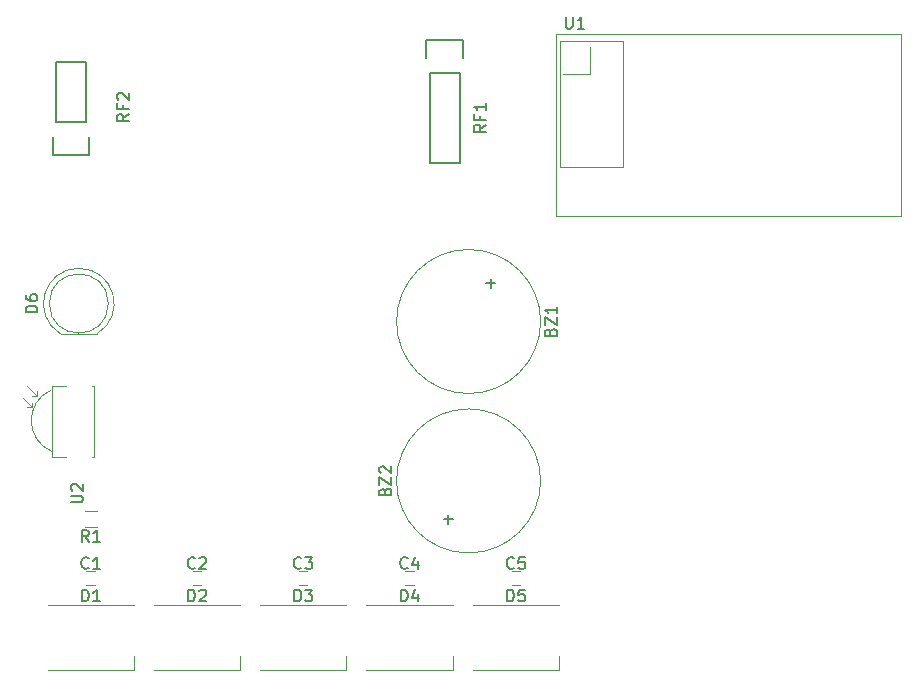
<source format=gbr>
G04 #@! TF.FileFunction,Legend,Top*
%FSLAX46Y46*%
G04 Gerber Fmt 4.6, Leading zero omitted, Abs format (unit mm)*
G04 Created by KiCad (PCBNEW 4.0.7) date 06/04/18 21:42:21*
%MOMM*%
%LPD*%
G01*
G04 APERTURE LIST*
%ADD10C,0.100000*%
%ADD11C,0.120000*%
%ADD12C,0.150000*%
G04 APERTURE END LIST*
D10*
D11*
X93100000Y-56250000D02*
G75*
G03X93100000Y-56250000I-6100000J0D01*
G01*
X93100000Y-69750000D02*
G75*
G03X93100000Y-69750000I-6100000J0D01*
G01*
X54650000Y-77400000D02*
X55350000Y-77400000D01*
X55350000Y-78600000D02*
X54650000Y-78600000D01*
X63650000Y-77400000D02*
X64350000Y-77400000D01*
X64350000Y-78600000D02*
X63650000Y-78600000D01*
X72650000Y-77400000D02*
X73350000Y-77400000D01*
X73350000Y-78600000D02*
X72650000Y-78600000D01*
X81650000Y-77400000D02*
X82350000Y-77400000D01*
X82350000Y-78600000D02*
X81650000Y-78600000D01*
X90650000Y-77400000D02*
X91350000Y-77400000D01*
X91350000Y-78600000D02*
X90650000Y-78600000D01*
X51350000Y-80250000D02*
X58650000Y-80250000D01*
X51350000Y-85750000D02*
X58650000Y-85750000D01*
X58650000Y-85750000D02*
X58650000Y-84600000D01*
X60350000Y-80250000D02*
X67650000Y-80250000D01*
X60350000Y-85750000D02*
X67650000Y-85750000D01*
X67650000Y-85750000D02*
X67650000Y-84600000D01*
X69350000Y-80250000D02*
X76650000Y-80250000D01*
X69350000Y-85750000D02*
X76650000Y-85750000D01*
X76650000Y-85750000D02*
X76650000Y-84600000D01*
X78350000Y-80250000D02*
X85650000Y-80250000D01*
X78350000Y-85750000D02*
X85650000Y-85750000D01*
X85650000Y-85750000D02*
X85650000Y-84600000D01*
X87350000Y-80250000D02*
X94650000Y-80250000D01*
X87350000Y-85750000D02*
X94650000Y-85750000D01*
X94650000Y-85750000D02*
X94650000Y-84600000D01*
X54500000Y-72320000D02*
X55500000Y-72320000D01*
X55500000Y-73680000D02*
X54500000Y-73680000D01*
D12*
X83705771Y-35209293D02*
X83705771Y-42829293D01*
X86245771Y-35209293D02*
X86245771Y-42829293D01*
X86525771Y-32389293D02*
X86525771Y-33939293D01*
X83705771Y-42829293D02*
X86245771Y-42829293D01*
X86245771Y-35209293D02*
X83705771Y-35209293D01*
X83425771Y-33939293D02*
X83425771Y-32389293D01*
X83425771Y-32389293D02*
X86525771Y-32389293D01*
X54610000Y-34290000D02*
X54610000Y-39370000D01*
X52070000Y-34290000D02*
X54610000Y-34290000D01*
X52070000Y-39370000D02*
X52070000Y-34290000D01*
X54610000Y-39370000D02*
X52070000Y-39370000D01*
X54864000Y-42164000D02*
X54864000Y-40640000D01*
X51816000Y-42164000D02*
X54864000Y-42164000D01*
X51816000Y-40640000D02*
X51816000Y-42164000D01*
D11*
X54000462Y-51740000D02*
G75*
G03X52455170Y-57290000I-462J-2990000D01*
G01*
X53999538Y-51740000D02*
G75*
G02X55544830Y-57290000I462J-2990000D01*
G01*
X56500000Y-54730000D02*
G75*
G03X56500000Y-54730000I-2500000J0D01*
G01*
X52455000Y-57290000D02*
X55545000Y-57290000D01*
X51700000Y-67700000D02*
X52900000Y-67700000D01*
X55300000Y-67700000D02*
X55100000Y-67700000D01*
X55300000Y-61700000D02*
X55100000Y-61700000D01*
X51700000Y-67700000D02*
X51700000Y-61700000D01*
X51700000Y-61700000D02*
X52900000Y-61700000D01*
X55300000Y-67700000D02*
X55300000Y-61700000D01*
X50450000Y-62520000D02*
X50450000Y-62120000D01*
X50450000Y-62520000D02*
X50050000Y-62520000D01*
X50450000Y-62520000D02*
X49650000Y-61720000D01*
X50050000Y-63520000D02*
X49250000Y-62720000D01*
X50050000Y-63520000D02*
X49650000Y-63520000D01*
X50050000Y-63520000D02*
X50050000Y-63120000D01*
X51648679Y-62062315D02*
G75*
G03X51700000Y-67240000I1151321J-2577685D01*
G01*
X94730000Y-32476000D02*
X100064000Y-32476000D01*
X100064000Y-32476000D02*
X100064000Y-43144000D01*
X100064000Y-43144000D02*
X94730000Y-43144000D01*
X94730000Y-43144000D02*
X94730000Y-43144000D01*
X97270000Y-32984000D02*
X97270000Y-35270000D01*
X97270000Y-35270000D02*
X94984000Y-35270000D01*
X94984000Y-35270000D02*
X94984000Y-35270000D01*
X94400000Y-31900000D02*
X123600000Y-31900000D01*
X123600000Y-31900000D02*
X123600000Y-47350000D01*
X123600000Y-47350000D02*
X94400000Y-47350000D01*
X94400000Y-47350000D02*
X94400000Y-31900000D01*
X94400000Y-31900000D02*
X94400000Y-31900000D01*
X94730000Y-43144000D02*
X94730000Y-32476000D01*
X94730000Y-32476000D02*
X94730000Y-32476000D01*
D12*
X93928571Y-57130952D02*
X93976190Y-56988095D01*
X94023810Y-56940476D01*
X94119048Y-56892857D01*
X94261905Y-56892857D01*
X94357143Y-56940476D01*
X94404762Y-56988095D01*
X94452381Y-57083333D01*
X94452381Y-57464286D01*
X93452381Y-57464286D01*
X93452381Y-57130952D01*
X93500000Y-57035714D01*
X93547619Y-56988095D01*
X93642857Y-56940476D01*
X93738095Y-56940476D01*
X93833333Y-56988095D01*
X93880952Y-57035714D01*
X93928571Y-57130952D01*
X93928571Y-57464286D01*
X93452381Y-56559524D02*
X93452381Y-55892857D01*
X94452381Y-56559524D01*
X94452381Y-55892857D01*
X94452381Y-54988095D02*
X94452381Y-55559524D01*
X94452381Y-55273810D02*
X93452381Y-55273810D01*
X93595238Y-55369048D01*
X93690476Y-55464286D01*
X93738095Y-55559524D01*
X88871429Y-53380952D02*
X88871429Y-52619047D01*
X89252381Y-52999999D02*
X88490476Y-52999999D01*
X79928571Y-70630952D02*
X79976190Y-70488095D01*
X80023810Y-70440476D01*
X80119048Y-70392857D01*
X80261905Y-70392857D01*
X80357143Y-70440476D01*
X80404762Y-70488095D01*
X80452381Y-70583333D01*
X80452381Y-70964286D01*
X79452381Y-70964286D01*
X79452381Y-70630952D01*
X79500000Y-70535714D01*
X79547619Y-70488095D01*
X79642857Y-70440476D01*
X79738095Y-70440476D01*
X79833333Y-70488095D01*
X79880952Y-70535714D01*
X79928571Y-70630952D01*
X79928571Y-70964286D01*
X79452381Y-70059524D02*
X79452381Y-69392857D01*
X80452381Y-70059524D01*
X80452381Y-69392857D01*
X79547619Y-69059524D02*
X79500000Y-69011905D01*
X79452381Y-68916667D01*
X79452381Y-68678571D01*
X79500000Y-68583333D01*
X79547619Y-68535714D01*
X79642857Y-68488095D01*
X79738095Y-68488095D01*
X79880952Y-68535714D01*
X80452381Y-69107143D01*
X80452381Y-68488095D01*
X85271429Y-73380952D02*
X85271429Y-72619047D01*
X85652381Y-72999999D02*
X84890476Y-72999999D01*
X54833334Y-77107143D02*
X54785715Y-77154762D01*
X54642858Y-77202381D01*
X54547620Y-77202381D01*
X54404762Y-77154762D01*
X54309524Y-77059524D01*
X54261905Y-76964286D01*
X54214286Y-76773810D01*
X54214286Y-76630952D01*
X54261905Y-76440476D01*
X54309524Y-76345238D01*
X54404762Y-76250000D01*
X54547620Y-76202381D01*
X54642858Y-76202381D01*
X54785715Y-76250000D01*
X54833334Y-76297619D01*
X55785715Y-77202381D02*
X55214286Y-77202381D01*
X55500000Y-77202381D02*
X55500000Y-76202381D01*
X55404762Y-76345238D01*
X55309524Y-76440476D01*
X55214286Y-76488095D01*
X63833334Y-77107143D02*
X63785715Y-77154762D01*
X63642858Y-77202381D01*
X63547620Y-77202381D01*
X63404762Y-77154762D01*
X63309524Y-77059524D01*
X63261905Y-76964286D01*
X63214286Y-76773810D01*
X63214286Y-76630952D01*
X63261905Y-76440476D01*
X63309524Y-76345238D01*
X63404762Y-76250000D01*
X63547620Y-76202381D01*
X63642858Y-76202381D01*
X63785715Y-76250000D01*
X63833334Y-76297619D01*
X64214286Y-76297619D02*
X64261905Y-76250000D01*
X64357143Y-76202381D01*
X64595239Y-76202381D01*
X64690477Y-76250000D01*
X64738096Y-76297619D01*
X64785715Y-76392857D01*
X64785715Y-76488095D01*
X64738096Y-76630952D01*
X64166667Y-77202381D01*
X64785715Y-77202381D01*
X72833334Y-77107143D02*
X72785715Y-77154762D01*
X72642858Y-77202381D01*
X72547620Y-77202381D01*
X72404762Y-77154762D01*
X72309524Y-77059524D01*
X72261905Y-76964286D01*
X72214286Y-76773810D01*
X72214286Y-76630952D01*
X72261905Y-76440476D01*
X72309524Y-76345238D01*
X72404762Y-76250000D01*
X72547620Y-76202381D01*
X72642858Y-76202381D01*
X72785715Y-76250000D01*
X72833334Y-76297619D01*
X73166667Y-76202381D02*
X73785715Y-76202381D01*
X73452381Y-76583333D01*
X73595239Y-76583333D01*
X73690477Y-76630952D01*
X73738096Y-76678571D01*
X73785715Y-76773810D01*
X73785715Y-77011905D01*
X73738096Y-77107143D01*
X73690477Y-77154762D01*
X73595239Y-77202381D01*
X73309524Y-77202381D01*
X73214286Y-77154762D01*
X73166667Y-77107143D01*
X81833334Y-77107143D02*
X81785715Y-77154762D01*
X81642858Y-77202381D01*
X81547620Y-77202381D01*
X81404762Y-77154762D01*
X81309524Y-77059524D01*
X81261905Y-76964286D01*
X81214286Y-76773810D01*
X81214286Y-76630952D01*
X81261905Y-76440476D01*
X81309524Y-76345238D01*
X81404762Y-76250000D01*
X81547620Y-76202381D01*
X81642858Y-76202381D01*
X81785715Y-76250000D01*
X81833334Y-76297619D01*
X82690477Y-76535714D02*
X82690477Y-77202381D01*
X82452381Y-76154762D02*
X82214286Y-76869048D01*
X82833334Y-76869048D01*
X90833334Y-77107143D02*
X90785715Y-77154762D01*
X90642858Y-77202381D01*
X90547620Y-77202381D01*
X90404762Y-77154762D01*
X90309524Y-77059524D01*
X90261905Y-76964286D01*
X90214286Y-76773810D01*
X90214286Y-76630952D01*
X90261905Y-76440476D01*
X90309524Y-76345238D01*
X90404762Y-76250000D01*
X90547620Y-76202381D01*
X90642858Y-76202381D01*
X90785715Y-76250000D01*
X90833334Y-76297619D01*
X91738096Y-76202381D02*
X91261905Y-76202381D01*
X91214286Y-76678571D01*
X91261905Y-76630952D01*
X91357143Y-76583333D01*
X91595239Y-76583333D01*
X91690477Y-76630952D01*
X91738096Y-76678571D01*
X91785715Y-76773810D01*
X91785715Y-77011905D01*
X91738096Y-77107143D01*
X91690477Y-77154762D01*
X91595239Y-77202381D01*
X91357143Y-77202381D01*
X91261905Y-77154762D01*
X91214286Y-77107143D01*
X54261905Y-79952381D02*
X54261905Y-78952381D01*
X54500000Y-78952381D01*
X54642858Y-79000000D01*
X54738096Y-79095238D01*
X54785715Y-79190476D01*
X54833334Y-79380952D01*
X54833334Y-79523810D01*
X54785715Y-79714286D01*
X54738096Y-79809524D01*
X54642858Y-79904762D01*
X54500000Y-79952381D01*
X54261905Y-79952381D01*
X55785715Y-79952381D02*
X55214286Y-79952381D01*
X55500000Y-79952381D02*
X55500000Y-78952381D01*
X55404762Y-79095238D01*
X55309524Y-79190476D01*
X55214286Y-79238095D01*
X63261905Y-79952381D02*
X63261905Y-78952381D01*
X63500000Y-78952381D01*
X63642858Y-79000000D01*
X63738096Y-79095238D01*
X63785715Y-79190476D01*
X63833334Y-79380952D01*
X63833334Y-79523810D01*
X63785715Y-79714286D01*
X63738096Y-79809524D01*
X63642858Y-79904762D01*
X63500000Y-79952381D01*
X63261905Y-79952381D01*
X64214286Y-79047619D02*
X64261905Y-79000000D01*
X64357143Y-78952381D01*
X64595239Y-78952381D01*
X64690477Y-79000000D01*
X64738096Y-79047619D01*
X64785715Y-79142857D01*
X64785715Y-79238095D01*
X64738096Y-79380952D01*
X64166667Y-79952381D01*
X64785715Y-79952381D01*
X72261905Y-79952381D02*
X72261905Y-78952381D01*
X72500000Y-78952381D01*
X72642858Y-79000000D01*
X72738096Y-79095238D01*
X72785715Y-79190476D01*
X72833334Y-79380952D01*
X72833334Y-79523810D01*
X72785715Y-79714286D01*
X72738096Y-79809524D01*
X72642858Y-79904762D01*
X72500000Y-79952381D01*
X72261905Y-79952381D01*
X73166667Y-78952381D02*
X73785715Y-78952381D01*
X73452381Y-79333333D01*
X73595239Y-79333333D01*
X73690477Y-79380952D01*
X73738096Y-79428571D01*
X73785715Y-79523810D01*
X73785715Y-79761905D01*
X73738096Y-79857143D01*
X73690477Y-79904762D01*
X73595239Y-79952381D01*
X73309524Y-79952381D01*
X73214286Y-79904762D01*
X73166667Y-79857143D01*
X81261905Y-79952381D02*
X81261905Y-78952381D01*
X81500000Y-78952381D01*
X81642858Y-79000000D01*
X81738096Y-79095238D01*
X81785715Y-79190476D01*
X81833334Y-79380952D01*
X81833334Y-79523810D01*
X81785715Y-79714286D01*
X81738096Y-79809524D01*
X81642858Y-79904762D01*
X81500000Y-79952381D01*
X81261905Y-79952381D01*
X82690477Y-79285714D02*
X82690477Y-79952381D01*
X82452381Y-78904762D02*
X82214286Y-79619048D01*
X82833334Y-79619048D01*
X90261905Y-79952381D02*
X90261905Y-78952381D01*
X90500000Y-78952381D01*
X90642858Y-79000000D01*
X90738096Y-79095238D01*
X90785715Y-79190476D01*
X90833334Y-79380952D01*
X90833334Y-79523810D01*
X90785715Y-79714286D01*
X90738096Y-79809524D01*
X90642858Y-79904762D01*
X90500000Y-79952381D01*
X90261905Y-79952381D01*
X91738096Y-78952381D02*
X91261905Y-78952381D01*
X91214286Y-79428571D01*
X91261905Y-79380952D01*
X91357143Y-79333333D01*
X91595239Y-79333333D01*
X91690477Y-79380952D01*
X91738096Y-79428571D01*
X91785715Y-79523810D01*
X91785715Y-79761905D01*
X91738096Y-79857143D01*
X91690477Y-79904762D01*
X91595239Y-79952381D01*
X91357143Y-79952381D01*
X91261905Y-79904762D01*
X91214286Y-79857143D01*
X54833334Y-74902381D02*
X54500000Y-74426190D01*
X54261905Y-74902381D02*
X54261905Y-73902381D01*
X54642858Y-73902381D01*
X54738096Y-73950000D01*
X54785715Y-73997619D01*
X54833334Y-74092857D01*
X54833334Y-74235714D01*
X54785715Y-74330952D01*
X54738096Y-74378571D01*
X54642858Y-74426190D01*
X54261905Y-74426190D01*
X55785715Y-74902381D02*
X55214286Y-74902381D01*
X55500000Y-74902381D02*
X55500000Y-73902381D01*
X55404762Y-74045238D01*
X55309524Y-74140476D01*
X55214286Y-74188095D01*
X88452381Y-39595238D02*
X87976190Y-39928572D01*
X88452381Y-40166667D02*
X87452381Y-40166667D01*
X87452381Y-39785714D01*
X87500000Y-39690476D01*
X87547619Y-39642857D01*
X87642857Y-39595238D01*
X87785714Y-39595238D01*
X87880952Y-39642857D01*
X87928571Y-39690476D01*
X87976190Y-39785714D01*
X87976190Y-40166667D01*
X87928571Y-38833333D02*
X87928571Y-39166667D01*
X88452381Y-39166667D02*
X87452381Y-39166667D01*
X87452381Y-38690476D01*
X88452381Y-37785714D02*
X88452381Y-38357143D01*
X88452381Y-38071429D02*
X87452381Y-38071429D01*
X87595238Y-38166667D01*
X87690476Y-38261905D01*
X87738095Y-38357143D01*
X58237381Y-38695238D02*
X57761190Y-39028572D01*
X58237381Y-39266667D02*
X57237381Y-39266667D01*
X57237381Y-38885714D01*
X57285000Y-38790476D01*
X57332619Y-38742857D01*
X57427857Y-38695238D01*
X57570714Y-38695238D01*
X57665952Y-38742857D01*
X57713571Y-38790476D01*
X57761190Y-38885714D01*
X57761190Y-39266667D01*
X57713571Y-37933333D02*
X57713571Y-38266667D01*
X58237381Y-38266667D02*
X57237381Y-38266667D01*
X57237381Y-37790476D01*
X57332619Y-37457143D02*
X57285000Y-37409524D01*
X57237381Y-37314286D01*
X57237381Y-37076190D01*
X57285000Y-36980952D01*
X57332619Y-36933333D01*
X57427857Y-36885714D01*
X57523095Y-36885714D01*
X57665952Y-36933333D01*
X58237381Y-37504762D01*
X58237381Y-36885714D01*
X50492381Y-55468095D02*
X49492381Y-55468095D01*
X49492381Y-55230000D01*
X49540000Y-55087142D01*
X49635238Y-54991904D01*
X49730476Y-54944285D01*
X49920952Y-54896666D01*
X50063810Y-54896666D01*
X50254286Y-54944285D01*
X50349524Y-54991904D01*
X50444762Y-55087142D01*
X50492381Y-55230000D01*
X50492381Y-55468095D01*
X49492381Y-54039523D02*
X49492381Y-54230000D01*
X49540000Y-54325238D01*
X49587619Y-54372857D01*
X49730476Y-54468095D01*
X49920952Y-54515714D01*
X50301905Y-54515714D01*
X50397143Y-54468095D01*
X50444762Y-54420476D01*
X50492381Y-54325238D01*
X50492381Y-54134761D01*
X50444762Y-54039523D01*
X50397143Y-53991904D01*
X50301905Y-53944285D01*
X50063810Y-53944285D01*
X49968571Y-53991904D01*
X49920952Y-54039523D01*
X49873333Y-54134761D01*
X49873333Y-54325238D01*
X49920952Y-54420476D01*
X49968571Y-54468095D01*
X50063810Y-54515714D01*
X53352381Y-71561905D02*
X54161905Y-71561905D01*
X54257143Y-71514286D01*
X54304762Y-71466667D01*
X54352381Y-71371429D01*
X54352381Y-71180952D01*
X54304762Y-71085714D01*
X54257143Y-71038095D01*
X54161905Y-70990476D01*
X53352381Y-70990476D01*
X53447619Y-70561905D02*
X53400000Y-70514286D01*
X53352381Y-70419048D01*
X53352381Y-70180952D01*
X53400000Y-70085714D01*
X53447619Y-70038095D01*
X53542857Y-69990476D01*
X53638095Y-69990476D01*
X53780952Y-70038095D01*
X54352381Y-70609524D01*
X54352381Y-69990476D01*
X95238095Y-30452381D02*
X95238095Y-31261905D01*
X95285714Y-31357143D01*
X95333333Y-31404762D01*
X95428571Y-31452381D01*
X95619048Y-31452381D01*
X95714286Y-31404762D01*
X95761905Y-31357143D01*
X95809524Y-31261905D01*
X95809524Y-30452381D01*
X96809524Y-31452381D02*
X96238095Y-31452381D01*
X96523809Y-31452381D02*
X96523809Y-30452381D01*
X96428571Y-30595238D01*
X96333333Y-30690476D01*
X96238095Y-30738095D01*
M02*

</source>
